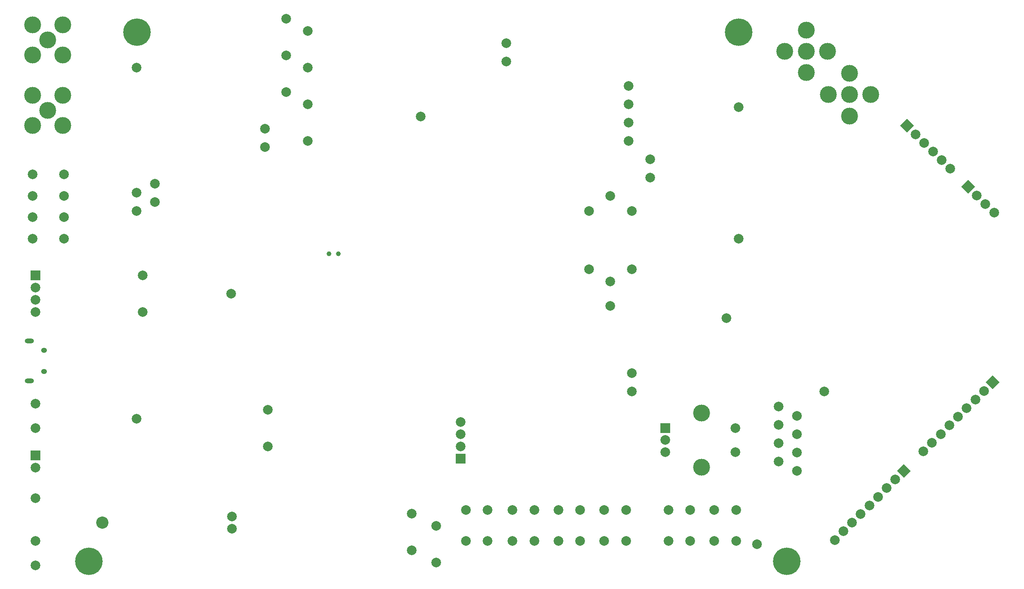
<source format=gbr>
%TF.GenerationSoftware,KiCad,Pcbnew,(5.1.10-1-10_14)*%
%TF.CreationDate,2021-06-11T06:32:06+09:00*%
%TF.ProjectId,demo32,64656d6f-3332-42e6-9b69-6361645f7063,rev?*%
%TF.SameCoordinates,Original*%
%TF.FileFunction,Soldermask,Bot*%
%TF.FilePolarity,Negative*%
%FSLAX46Y46*%
G04 Gerber Fmt 4.6, Leading zero omitted, Abs format (unit mm)*
G04 Created by KiCad (PCBNEW (5.1.10-1-10_14)) date 2021-06-11 06:32:06*
%MOMM*%
%LPD*%
G01*
G04 APERTURE LIST*
%ADD10C,2.000000*%
%ADD11C,5.700000*%
%ADD12R,2.000000X2.000000*%
%ADD13O,1.250000X1.050000*%
%ADD14O,1.900000X1.000000*%
%ADD15C,1.000000*%
%ADD16C,3.500000*%
%ADD17C,0.100000*%
%ADD18C,2.540000*%
G04 APERTURE END LIST*
D10*
%TO.C,TPGND8*%
X74930000Y-32385000D03*
%TD*%
%TO.C,TPGND7*%
X200025000Y-40640000D03*
%TD*%
%TO.C,TPGND6*%
X94615000Y-79375000D03*
%TD*%
%TO.C,TPGND5*%
X133985000Y-42545000D03*
%TD*%
%TO.C,TPGND4*%
X200025000Y-67945000D03*
%TD*%
%TO.C,TPGND3*%
X217805000Y-99695000D03*
%TD*%
%TO.C,TPGND2*%
X203835000Y-131445000D03*
%TD*%
D11*
%TO.C,H4*%
X65000000Y-135000000D03*
%TD*%
%TO.C,H3*%
X210000000Y-135000000D03*
%TD*%
%TO.C,H2*%
X200000000Y-25000000D03*
%TD*%
%TO.C,H1*%
X75000000Y-25000000D03*
%TD*%
D12*
%TO.C,J108*%
X53975000Y-75565000D03*
D10*
X53975000Y-78105000D03*
X53975000Y-80645000D03*
X53975000Y-83185000D03*
%TD*%
%TO.C,J10*%
X53975000Y-115570000D03*
D12*
X53975000Y-113030000D03*
%TD*%
D10*
%TO.C,SW1*%
X53340000Y-67945000D03*
X53340000Y-63445000D03*
X59840000Y-67945000D03*
X59840000Y-63445000D03*
%TD*%
%TO.C,SW103*%
X53340000Y-59055000D03*
X53340000Y-54555000D03*
X59840000Y-59055000D03*
X59840000Y-54555000D03*
%TD*%
D13*
%TO.C,J9*%
X55705000Y-91120000D03*
X55705000Y-95570000D03*
D14*
X52705000Y-89170000D03*
X52705000Y-97520000D03*
%TD*%
D10*
%TO.C,SW113*%
X147848000Y-130810000D03*
X143348000Y-130810000D03*
X147848000Y-124310000D03*
X143348000Y-124310000D03*
%TD*%
%TO.C,SW112*%
X176585000Y-130810000D03*
X172085000Y-130810000D03*
X176585000Y-124310000D03*
X172085000Y-124310000D03*
%TD*%
%TO.C,SW111*%
X167060000Y-130810000D03*
X162560000Y-130810000D03*
X167060000Y-124310000D03*
X162560000Y-124310000D03*
%TD*%
%TO.C,SW110*%
X157535000Y-130810000D03*
X153035000Y-130810000D03*
X157535000Y-124310000D03*
X153035000Y-124310000D03*
%TD*%
D15*
%TO.C,Y2*%
X116835000Y-71120000D03*
X114935000Y-71120000D03*
%TD*%
D10*
%TO.C,TPVLIPO1*%
X53975000Y-107315000D03*
%TD*%
%TO.C,TPVIN5*%
X74930000Y-105410000D03*
%TD*%
%TO.C,TPVEXT1*%
X76200000Y-75565000D03*
%TD*%
%TO.C,TPVBUS5*%
X53975000Y-102235000D03*
%TD*%
%TO.C,TPMV3*%
X102235000Y-103505000D03*
%TD*%
%TO.C,TPMV0*%
X102235000Y-111125000D03*
%TD*%
%TO.C,TPGND1*%
X53975000Y-135890000D03*
%TD*%
%TO.C,TPGLIPO1*%
X53975000Y-121920000D03*
%TD*%
%TO.C,TPGEXT1*%
X76200000Y-83185000D03*
%TD*%
%TO.C,TP3V3*%
X53975000Y-130810000D03*
%TD*%
%TO.C,TP2A1*%
X197485000Y-84455000D03*
%TD*%
%TO.C,TP62*%
X177800000Y-99695000D03*
%TD*%
%TO.C,TP61*%
X177800000Y-95885000D03*
%TD*%
%TO.C,TP59*%
X74930000Y-62230000D03*
%TD*%
%TO.C,TP58*%
X78740000Y-60325000D03*
%TD*%
%TO.C,TP57*%
X78740000Y-56515000D03*
%TD*%
%TO.C,TP56*%
X137160000Y-135255000D03*
%TD*%
%TO.C,TP54*%
X110490000Y-32385000D03*
%TD*%
%TO.C,TP53*%
X106045000Y-29845000D03*
%TD*%
%TO.C,TP52*%
X106045000Y-37465000D03*
%TD*%
%TO.C,TP51*%
X110490000Y-40005000D03*
%TD*%
%TO.C,TP50*%
X132080000Y-132715000D03*
%TD*%
%TO.C,TP49*%
X137160000Y-127635000D03*
%TD*%
%TO.C,TP46*%
X132080000Y-125095000D03*
%TD*%
%TO.C,TP41*%
X110490000Y-47625000D03*
%TD*%
%TO.C,TP40*%
X106045000Y-22225000D03*
%TD*%
%TO.C,TP39*%
X110490000Y-24765000D03*
%TD*%
%TO.C,TP38*%
X212090000Y-116205000D03*
%TD*%
%TO.C,TP37*%
X208280000Y-114300000D03*
%TD*%
%TO.C,TP36*%
X173355000Y-76835000D03*
%TD*%
%TO.C,TP35*%
X168910000Y-74295000D03*
%TD*%
%TO.C,TP34*%
X168910000Y-62230000D03*
%TD*%
%TO.C,TP33*%
X173355000Y-59055000D03*
%TD*%
%TO.C,TP30*%
X181610000Y-55245000D03*
%TD*%
%TO.C,TP29*%
X181610000Y-51435000D03*
%TD*%
%TO.C,TP28*%
X74930000Y-58420000D03*
%TD*%
%TO.C,TP27*%
X177800000Y-62230000D03*
%TD*%
%TO.C,TP26*%
X177800000Y-74295000D03*
%TD*%
%TO.C,TP25*%
X212090000Y-112395000D03*
%TD*%
%TO.C,TP24*%
X208280000Y-110490000D03*
%TD*%
%TO.C,TP23*%
X177165000Y-47625000D03*
%TD*%
%TO.C,TP22*%
X177165000Y-43815000D03*
%TD*%
%TO.C,TP21*%
X177165000Y-40005000D03*
%TD*%
%TO.C,TP20*%
X177165000Y-36195000D03*
%TD*%
%TO.C,TP17*%
X151765000Y-31115000D03*
%TD*%
%TO.C,TP16*%
X151765000Y-27305000D03*
%TD*%
%TO.C,TP15*%
X101600000Y-48895000D03*
%TD*%
%TO.C,TP14*%
X101600000Y-45085000D03*
%TD*%
%TO.C,TP11*%
X212090000Y-108585000D03*
%TD*%
%TO.C,TP10*%
X208280000Y-106680000D03*
%TD*%
%TO.C,TP9*%
X212090000Y-104775000D03*
%TD*%
%TO.C,TP8*%
X208280000Y-102870000D03*
%TD*%
%TO.C,TP2*%
X173355000Y-81915000D03*
%TD*%
%TO.C,SW102*%
X199285000Y-112315000D03*
X199285000Y-107315000D03*
D16*
X192285000Y-115415000D03*
X192285000Y-104215000D03*
D10*
X184785000Y-112315000D03*
X184785000Y-109815000D03*
D12*
X184785000Y-107315000D03*
%TD*%
D10*
%TO.C,SW4*%
X199445000Y-130810000D03*
X194945000Y-130810000D03*
X199445000Y-124310000D03*
X194945000Y-124310000D03*
%TD*%
%TO.C,SW3*%
X189920000Y-130810000D03*
X185420000Y-130810000D03*
X189920000Y-124310000D03*
X185420000Y-124310000D03*
%TD*%
%TO.C,J109*%
X243930256Y-53430256D03*
X242134205Y-51634205D03*
X240338154Y-49838154D03*
X238542102Y-48042102D03*
X236746051Y-46246051D03*
D17*
G36*
X233535786Y-44450000D02*
G01*
X234950000Y-43035786D01*
X236364214Y-44450000D01*
X234950000Y-45864214D01*
X233535786Y-44450000D01*
G37*
%TD*%
%TO.C,J107*%
G36*
X252730000Y-96375786D02*
G01*
X254144214Y-97790000D01*
X252730000Y-99204214D01*
X251315786Y-97790000D01*
X252730000Y-96375786D01*
G37*
D10*
X250933949Y-99586051D03*
X249137898Y-101382102D03*
X247341846Y-103178154D03*
X245545795Y-104974205D03*
X243749744Y-106770256D03*
X241953693Y-108566307D03*
X240157641Y-110362359D03*
X238361590Y-112158410D03*
%TD*%
D17*
%TO.C,J106*%
G36*
X234315000Y-114790786D02*
G01*
X235729214Y-116205000D01*
X234315000Y-117619214D01*
X232900786Y-116205000D01*
X234315000Y-114790786D01*
G37*
D10*
X232518949Y-118001051D03*
X230722898Y-119797102D03*
X228926846Y-121593154D03*
X227130795Y-123389205D03*
X225334744Y-125185256D03*
X223538693Y-126981307D03*
X221742641Y-128777359D03*
X219946590Y-130573410D03*
%TD*%
D17*
%TO.C,J105*%
G36*
X246235786Y-57150000D02*
G01*
X247650000Y-55735786D01*
X249064214Y-57150000D01*
X247650000Y-58564214D01*
X246235786Y-57150000D01*
G37*
D10*
X249446051Y-58946051D03*
X251242102Y-60742102D03*
X253038154Y-62538154D03*
%TD*%
D16*
%TO.C,J104*%
X218573512Y-38000000D03*
X223000000Y-38000000D03*
X223000000Y-33573512D03*
X223000000Y-42426488D03*
X227426488Y-38000000D03*
%TD*%
%TO.C,J103*%
X209573512Y-29000000D03*
X214000000Y-29000000D03*
X214000000Y-24573512D03*
X214000000Y-33426488D03*
X218426488Y-29000000D03*
%TD*%
%TO.C,J102*%
X53385000Y-38145000D03*
X56515000Y-41275000D03*
X59645000Y-38145000D03*
X53385000Y-44405000D03*
X59645000Y-44405000D03*
%TD*%
%TO.C,J101*%
X53385000Y-23540000D03*
X56515000Y-26670000D03*
X59645000Y-23540000D03*
X53385000Y-29800000D03*
X59645000Y-29800000D03*
%TD*%
D10*
%TO.C,BT101*%
X94730000Y-125730000D03*
D18*
X67830000Y-127000000D03*
D10*
X94730000Y-128270000D03*
%TD*%
D12*
%TO.C,A101*%
X142240000Y-113665000D03*
D10*
X142240000Y-111125000D03*
X142240000Y-108585000D03*
X142240000Y-106045000D03*
%TD*%
M02*

</source>
